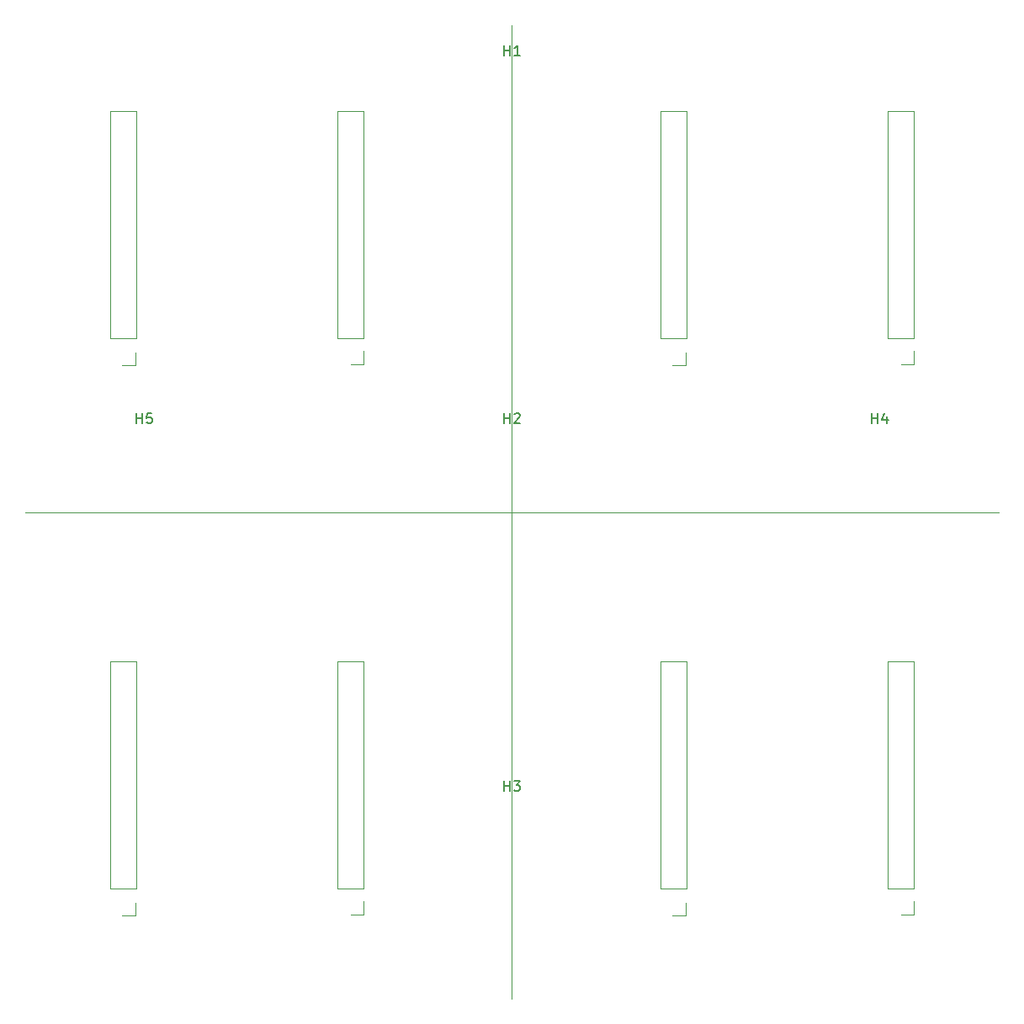
<source format=gbr>
%TF.GenerationSoftware,KiCad,Pcbnew,7.0.5-0*%
%TF.CreationDate,2023-11-28T16:07:23-05:00*%
%TF.ProjectId,quad_sipm,71756164-5f73-4697-906d-2e6b69636164,rev?*%
%TF.SameCoordinates,Original*%
%TF.FileFunction,Legend,Top*%
%TF.FilePolarity,Positive*%
%FSLAX46Y46*%
G04 Gerber Fmt 4.6, Leading zero omitted, Abs format (unit mm)*
G04 Created by KiCad (PCBNEW 7.0.5-0) date 2023-11-28 16:07:23*
%MOMM*%
%LPD*%
G01*
G04 APERTURE LIST*
%ADD10C,0.120000*%
%ADD11C,0.150000*%
G04 APERTURE END LIST*
D10*
X51000000Y-100000000D02*
X149000000Y-100000000D01*
X100000000Y-51000000D02*
X100000000Y-149000000D01*
D11*
%TO.C,H2*%
X99238095Y-91054819D02*
X99238095Y-90054819D01*
X99238095Y-90531009D02*
X99809523Y-90531009D01*
X99809523Y-91054819D02*
X99809523Y-90054819D01*
X100238095Y-90150057D02*
X100285714Y-90102438D01*
X100285714Y-90102438D02*
X100380952Y-90054819D01*
X100380952Y-90054819D02*
X100619047Y-90054819D01*
X100619047Y-90054819D02*
X100714285Y-90102438D01*
X100714285Y-90102438D02*
X100761904Y-90150057D01*
X100761904Y-90150057D02*
X100809523Y-90245295D01*
X100809523Y-90245295D02*
X100809523Y-90340533D01*
X100809523Y-90340533D02*
X100761904Y-90483390D01*
X100761904Y-90483390D02*
X100190476Y-91054819D01*
X100190476Y-91054819D02*
X100809523Y-91054819D01*
%TO.C,H3*%
X99238095Y-128054819D02*
X99238095Y-127054819D01*
X99238095Y-127531009D02*
X99809523Y-127531009D01*
X99809523Y-128054819D02*
X99809523Y-127054819D01*
X100190476Y-127054819D02*
X100809523Y-127054819D01*
X100809523Y-127054819D02*
X100476190Y-127435771D01*
X100476190Y-127435771D02*
X100619047Y-127435771D01*
X100619047Y-127435771D02*
X100714285Y-127483390D01*
X100714285Y-127483390D02*
X100761904Y-127531009D01*
X100761904Y-127531009D02*
X100809523Y-127626247D01*
X100809523Y-127626247D02*
X100809523Y-127864342D01*
X100809523Y-127864342D02*
X100761904Y-127959580D01*
X100761904Y-127959580D02*
X100714285Y-128007200D01*
X100714285Y-128007200D02*
X100619047Y-128054819D01*
X100619047Y-128054819D02*
X100333333Y-128054819D01*
X100333333Y-128054819D02*
X100238095Y-128007200D01*
X100238095Y-128007200D02*
X100190476Y-127959580D01*
%TO.C,H4*%
X136238095Y-91054819D02*
X136238095Y-90054819D01*
X136238095Y-90531009D02*
X136809523Y-90531009D01*
X136809523Y-91054819D02*
X136809523Y-90054819D01*
X137714285Y-90388152D02*
X137714285Y-91054819D01*
X137476190Y-90007200D02*
X137238095Y-90721485D01*
X137238095Y-90721485D02*
X137857142Y-90721485D01*
%TO.C,H5*%
X62238095Y-91054819D02*
X62238095Y-90054819D01*
X62238095Y-90531009D02*
X62809523Y-90531009D01*
X62809523Y-91054819D02*
X62809523Y-90054819D01*
X63761904Y-90054819D02*
X63285714Y-90054819D01*
X63285714Y-90054819D02*
X63238095Y-90531009D01*
X63238095Y-90531009D02*
X63285714Y-90483390D01*
X63285714Y-90483390D02*
X63380952Y-90435771D01*
X63380952Y-90435771D02*
X63619047Y-90435771D01*
X63619047Y-90435771D02*
X63714285Y-90483390D01*
X63714285Y-90483390D02*
X63761904Y-90531009D01*
X63761904Y-90531009D02*
X63809523Y-90626247D01*
X63809523Y-90626247D02*
X63809523Y-90864342D01*
X63809523Y-90864342D02*
X63761904Y-90959580D01*
X63761904Y-90959580D02*
X63714285Y-91007200D01*
X63714285Y-91007200D02*
X63619047Y-91054819D01*
X63619047Y-91054819D02*
X63380952Y-91054819D01*
X63380952Y-91054819D02*
X63285714Y-91007200D01*
X63285714Y-91007200D02*
X63238095Y-90959580D01*
%TO.C,H1*%
X99238095Y-54054819D02*
X99238095Y-53054819D01*
X99238095Y-53531009D02*
X99809523Y-53531009D01*
X99809523Y-54054819D02*
X99809523Y-53054819D01*
X100809523Y-54054819D02*
X100238095Y-54054819D01*
X100523809Y-54054819D02*
X100523809Y-53054819D01*
X100523809Y-53054819D02*
X100428571Y-53197676D01*
X100428571Y-53197676D02*
X100333333Y-53292914D01*
X100333333Y-53292914D02*
X100238095Y-53340533D01*
D10*
%TO.C,J7*%
X140476000Y-85150000D02*
X139146000Y-85150000D01*
X140476000Y-83820000D02*
X140476000Y-85150000D01*
X140476000Y-82550000D02*
X140476000Y-59630000D01*
X140476000Y-82550000D02*
X137816000Y-82550000D01*
X140476000Y-59630000D02*
X137816000Y-59630000D01*
X137816000Y-82550000D02*
X137816000Y-59630000D01*
X117616000Y-82550000D02*
X117616000Y-59630000D01*
X117616000Y-82550000D02*
X114956000Y-82550000D01*
X117616000Y-59630000D02*
X114956000Y-59630000D01*
X117463600Y-85251600D02*
X116133600Y-85251600D01*
X117463600Y-83921600D02*
X117463600Y-85251600D01*
X114956000Y-82550000D02*
X114956000Y-59630000D01*
%TO.C,J8*%
X85104000Y-85150000D02*
X83774000Y-85150000D01*
X85104000Y-83820000D02*
X85104000Y-85150000D01*
X85104000Y-82550000D02*
X85104000Y-59630000D01*
X85104000Y-82550000D02*
X82444000Y-82550000D01*
X85104000Y-59630000D02*
X82444000Y-59630000D01*
X82444000Y-82550000D02*
X82444000Y-59630000D01*
X62244000Y-82550000D02*
X62244000Y-59630000D01*
X62244000Y-82550000D02*
X59584000Y-82550000D01*
X62244000Y-59630000D02*
X59584000Y-59630000D01*
X62091600Y-85251600D02*
X60761600Y-85251600D01*
X62091600Y-83921600D02*
X62091600Y-85251600D01*
X59584000Y-82550000D02*
X59584000Y-59630000D01*
%TO.C,J6*%
X59584000Y-137922000D02*
X59584000Y-115002000D01*
X62091600Y-139293600D02*
X62091600Y-140623600D01*
X62091600Y-140623600D02*
X60761600Y-140623600D01*
X62244000Y-115002000D02*
X59584000Y-115002000D01*
X62244000Y-137922000D02*
X59584000Y-137922000D01*
X62244000Y-137922000D02*
X62244000Y-115002000D01*
X82444000Y-137922000D02*
X82444000Y-115002000D01*
X85104000Y-115002000D02*
X82444000Y-115002000D01*
X85104000Y-137922000D02*
X82444000Y-137922000D01*
X85104000Y-137922000D02*
X85104000Y-115002000D01*
X85104000Y-139192000D02*
X85104000Y-140522000D01*
X85104000Y-140522000D02*
X83774000Y-140522000D01*
%TO.C,J5*%
X140476000Y-140522000D02*
X139146000Y-140522000D01*
X140476000Y-139192000D02*
X140476000Y-140522000D01*
X140476000Y-137922000D02*
X140476000Y-115002000D01*
X140476000Y-137922000D02*
X137816000Y-137922000D01*
X140476000Y-115002000D02*
X137816000Y-115002000D01*
X137816000Y-137922000D02*
X137816000Y-115002000D01*
X117616000Y-137922000D02*
X117616000Y-115002000D01*
X117616000Y-137922000D02*
X114956000Y-137922000D01*
X117616000Y-115002000D02*
X114956000Y-115002000D01*
X117463600Y-140623600D02*
X116133600Y-140623600D01*
X117463600Y-139293600D02*
X117463600Y-140623600D01*
X114956000Y-137922000D02*
X114956000Y-115002000D01*
%TD*%
M02*

</source>
